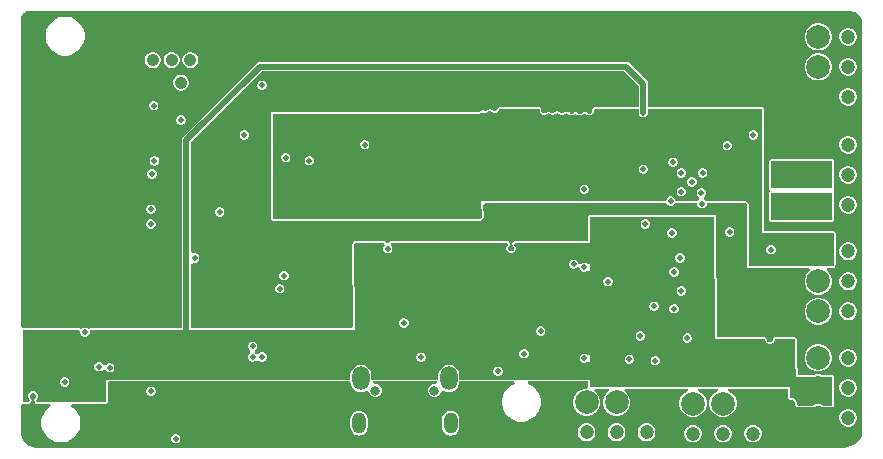
<source format=gbr>
%TF.GenerationSoftware,Altium Limited,Altium Designer,25.4.2 (15)*%
G04 Layer_Physical_Order=3*
G04 Layer_Color=16440176*
%FSLAX45Y45*%
%MOMM*%
%TF.SameCoordinates,9A986A7D-484F-4AC0-AE4B-942BB78B8B2C*%
%TF.FilePolarity,Positive*%
%TF.FileFunction,Copper,L3,Inr,Signal*%
%TF.Part,Single*%
G01*
G75*
%TA.AperFunction,Conductor*%
%ADD34C,0.50000*%
%TA.AperFunction,ComponentPad*%
%ADD40C,1.20000*%
%ADD41C,2.00000*%
%ADD42C,0.80000*%
%ADD43O,1.15000X1.80000*%
%ADD44O,1.45000X2.00000*%
%ADD45C,3.10000*%
%ADD46C,1.05000*%
%TA.AperFunction,ViaPad*%
%ADD47C,0.50000*%
G36*
X13620000Y9070000D02*
X13727663D01*
X13747450Y9066064D01*
X13766090Y9058343D01*
X13782867Y9047133D01*
X13789999Y9040000D01*
X13797133Y9032866D01*
X13808344Y9016090D01*
X13816064Y8997450D01*
X13820000Y8977661D01*
Y8967574D01*
Y5502426D01*
Y5492338D01*
X13816064Y5472550D01*
X13808344Y5453909D01*
X13797133Y5437133D01*
X13789999Y5430000D01*
X13775732Y5415733D01*
X13742181Y5393314D01*
X13704900Y5377872D01*
X13665323Y5370000D01*
X6823118D01*
X6796733Y5375248D01*
X6771879Y5385543D01*
X6754389Y5397229D01*
X6740000Y5410000D01*
Y5410000D01*
X6727061Y5424641D01*
X6715543Y5441879D01*
X6705248Y5466733D01*
X6700000Y5493118D01*
Y5730908D01*
X6720000Y5743764D01*
X6767301D01*
X6769072Y5744498D01*
X6770963Y5744182D01*
X6774625Y5746798D01*
X6778781Y5748519D01*
X6779515Y5750290D01*
X6781075Y5751405D01*
X6782155Y5753136D01*
X6782550Y5755508D01*
X6784029Y5757404D01*
X6789081Y5775673D01*
X6788804Y5777914D01*
X6789668Y5780000D01*
X6788069Y5783860D01*
X6787557Y5788006D01*
X6785777Y5789395D01*
X6784913Y5791480D01*
X6779854Y5796539D01*
X6776236Y5805273D01*
Y5814727D01*
X6779854Y5823461D01*
X6786539Y5830146D01*
X6795273Y5833764D01*
X6804727D01*
X6813461Y5830146D01*
X6820146Y5823461D01*
X6823764Y5814727D01*
Y5805273D01*
X6820146Y5796539D01*
X6815088Y5791480D01*
X6814224Y5789395D01*
X6812443Y5788006D01*
X6811931Y5783859D01*
X6810332Y5780000D01*
X6811196Y5777914D01*
X6810920Y5775673D01*
X6815971Y5757404D01*
X6817450Y5755508D01*
X6817845Y5753136D01*
X6818925Y5751405D01*
X6820485Y5750291D01*
X6821219Y5748519D01*
X6825376Y5746797D01*
X6829037Y5744182D01*
X6830928Y5744498D01*
X6832700Y5743764D01*
X6944361D01*
X6950428Y5723764D01*
X6932319Y5711664D01*
X6909336Y5688681D01*
X6891279Y5661657D01*
X6878841Y5631629D01*
X6872500Y5599751D01*
Y5567249D01*
X6878841Y5535371D01*
X6891279Y5505343D01*
X6909336Y5478318D01*
X6932319Y5455336D01*
X6959343Y5437279D01*
X6989372Y5424841D01*
X7021249Y5418500D01*
X7053751D01*
X7085629Y5424841D01*
X7115657Y5437279D01*
X7142682Y5455336D01*
X7165664Y5478318D01*
X7183721Y5505343D01*
X7196159Y5535371D01*
X7202500Y5567249D01*
Y5599751D01*
X7196159Y5631629D01*
X7183721Y5661657D01*
X7165664Y5688681D01*
X7142682Y5711664D01*
X7124572Y5723764D01*
X7130639Y5743764D01*
X7420000D01*
X7431480Y5748519D01*
X7436236Y5760000D01*
Y5913764D01*
X7438822Y5930487D01*
X7456236Y5933764D01*
X9489216D01*
Y5932488D01*
X9492224Y5909646D01*
X9501040Y5888361D01*
X9515066Y5870082D01*
X9533344Y5856057D01*
X9554629Y5847240D01*
X9577472Y5844233D01*
X9600314Y5847240D01*
X9621599Y5856057D01*
X9624972Y5858645D01*
X9644972Y5848782D01*
Y5844049D01*
X9653345Y5823834D01*
X9668817Y5808362D01*
X9689031Y5799989D01*
X9710911D01*
X9731126Y5808362D01*
X9746598Y5823834D01*
X9754971Y5844049D01*
Y5865929D01*
X9746598Y5886143D01*
X9731126Y5901615D01*
X9710911Y5909988D01*
X9694025D01*
X9682325Y5921422D01*
X9678816Y5927405D01*
X9680975Y5933764D01*
X10218968D01*
X10221127Y5927405D01*
X10217618Y5921422D01*
X10205918Y5909988D01*
X10189031D01*
X10168817Y5901615D01*
X10153345Y5886143D01*
X10144972Y5865929D01*
Y5844049D01*
X10153345Y5823834D01*
X10168817Y5808362D01*
X10189031Y5799989D01*
X10210912D01*
X10231126Y5808362D01*
X10246598Y5823834D01*
X10254971Y5844049D01*
Y5848782D01*
X10274971Y5858645D01*
X10278344Y5856057D01*
X10299629Y5847240D01*
X10322471Y5844233D01*
X10345314Y5847240D01*
X10366599Y5856057D01*
X10384877Y5870082D01*
X10398902Y5888361D01*
X10407719Y5909646D01*
X10410726Y5932488D01*
Y5933764D01*
X10874997D01*
X10878975Y5913764D01*
X10857143Y5904721D01*
X10830119Y5886664D01*
X10807136Y5863681D01*
X10789079Y5836657D01*
X10776641Y5806629D01*
X10770300Y5774751D01*
Y5742249D01*
X10776641Y5710371D01*
X10789079Y5680343D01*
X10807136Y5653319D01*
X10830119Y5630336D01*
X10857143Y5612279D01*
X10887171Y5599841D01*
X10919049Y5593500D01*
X10951551D01*
X10983429Y5599841D01*
X11013457Y5612279D01*
X11040481Y5630336D01*
X11063464Y5653319D01*
X11081521Y5680343D01*
X11093959Y5710371D01*
X11100300Y5742249D01*
Y5774751D01*
X11093959Y5806629D01*
X11081521Y5836657D01*
X11063464Y5863681D01*
X11040481Y5886664D01*
X11013457Y5904721D01*
X10991625Y5913764D01*
X10995603Y5933764D01*
X11503764D01*
Y5891618D01*
X11503721Y5890701D01*
X11503721Y5890702D01*
Y5890699D01*
X11492327Y5875495D01*
X11489572Y5872000D01*
X11472560D01*
X11443312Y5864164D01*
X11417088Y5849023D01*
X11395677Y5827612D01*
X11380537Y5801389D01*
X11372700Y5772140D01*
Y5741860D01*
X11380537Y5712612D01*
X11395677Y5686389D01*
X11417088Y5664977D01*
X11443312Y5649837D01*
X11472560Y5642000D01*
X11502840D01*
X11532088Y5649837D01*
X11558312Y5664977D01*
X11579723Y5686389D01*
X11594863Y5712612D01*
X11602700Y5741860D01*
Y5772140D01*
X11594863Y5801389D01*
X11579723Y5827612D01*
X11558312Y5849023D01*
X11550101Y5853764D01*
X11555460Y5873764D01*
X11673940D01*
X11679299Y5853764D01*
X11671088Y5849023D01*
X11649677Y5827612D01*
X11634537Y5801389D01*
X11626700Y5772140D01*
Y5741860D01*
X11634537Y5712612D01*
X11649677Y5686389D01*
X11671088Y5664977D01*
X11697312Y5649837D01*
X11726560Y5642000D01*
X11756840D01*
X11786088Y5649837D01*
X11812312Y5664977D01*
X11833723Y5686389D01*
X11848863Y5712612D01*
X11856700Y5741860D01*
Y5772140D01*
X11848863Y5801389D01*
X11833723Y5827612D01*
X11812312Y5849023D01*
X11804101Y5853764D01*
X11809460Y5873764D01*
X12343103D01*
X12345736Y5853764D01*
X12344612Y5853463D01*
X12318388Y5838323D01*
X12296977Y5816911D01*
X12281837Y5790688D01*
X12274000Y5761440D01*
Y5731160D01*
X12281837Y5701911D01*
X12296977Y5675688D01*
X12318388Y5654277D01*
X12344612Y5639137D01*
X12373860Y5631300D01*
X12404140D01*
X12433388Y5639137D01*
X12459612Y5654277D01*
X12481023Y5675688D01*
X12496163Y5701911D01*
X12504000Y5731160D01*
Y5761440D01*
X12496163Y5790688D01*
X12481023Y5816911D01*
X12459612Y5838323D01*
X12433388Y5853463D01*
X12432264Y5853764D01*
X12434897Y5873764D01*
X12597103D01*
X12599736Y5853764D01*
X12598612Y5853463D01*
X12572388Y5838323D01*
X12550977Y5816911D01*
X12535837Y5790688D01*
X12528000Y5761440D01*
Y5731160D01*
X12535837Y5701911D01*
X12550977Y5675688D01*
X12572388Y5654277D01*
X12598612Y5639137D01*
X12627860Y5631300D01*
X12658140D01*
X12687388Y5639137D01*
X12713612Y5654277D01*
X12735023Y5675688D01*
X12750163Y5701911D01*
X12758000Y5731160D01*
Y5761440D01*
X12750163Y5790688D01*
X12735023Y5816911D01*
X12713612Y5838323D01*
X12687388Y5853463D01*
X12686264Y5853764D01*
X12688897Y5873764D01*
X13193764D01*
Y5798047D01*
X13194400Y5796511D01*
X13194077Y5794880D01*
X13196707Y5790942D01*
X13198518Y5786567D01*
X13200056Y5785930D01*
X13200980Y5784547D01*
X13213023Y5776500D01*
X13217670Y5775576D01*
X13222044Y5773764D01*
X13234727D01*
X13243462Y5770146D01*
X13250146Y5763461D01*
X13253764Y5754727D01*
Y5742044D01*
X13255576Y5737669D01*
X13256500Y5733024D01*
X13264548Y5720980D01*
X13265930Y5720056D01*
X13266566Y5718519D01*
X13270943Y5716707D01*
X13274879Y5714076D01*
X13276511Y5714400D01*
X13278047Y5713764D01*
X13399660D01*
X13403577Y5715386D01*
X13407777Y5715939D01*
X13411578Y5718133D01*
X13436697Y5724864D01*
X13462703D01*
X13487820Y5718134D01*
X13491621Y5715939D01*
X13495824Y5715386D01*
X13499741Y5713764D01*
X13565858D01*
X13568842Y5715000D01*
X13572070D01*
X13574355Y5717283D01*
X13577338Y5718519D01*
X13578574Y5721503D01*
X13580858Y5723787D01*
X13585001Y5733787D01*
Y5737016D01*
X13586237Y5740000D01*
Y5970000D01*
X13581480Y5981481D01*
X13570000Y5986236D01*
X13495866D01*
X13494089Y5987263D01*
X13464841Y5995100D01*
X13434560D01*
X13405312Y5987263D01*
X13403532Y5986236D01*
X13276607D01*
X13266235Y6110675D01*
Y6290000D01*
X13261481Y6301481D01*
X13250000Y6306236D01*
X13080000D01*
X13068520Y6301481D01*
X13063763Y6290000D01*
Y6285273D01*
X13060146Y6276539D01*
X13053461Y6269854D01*
X13044727Y6266236D01*
X13035274D01*
X13026540Y6269854D01*
X13019855Y6276539D01*
X13016235Y6285273D01*
Y6290000D01*
X13011481Y6301481D01*
X13000000Y6306236D01*
X12593325D01*
X12586236Y7320041D01*
Y7330000D01*
X12581481Y7341481D01*
X12570000Y7346236D01*
X11520000D01*
X11508520Y7341481D01*
X11503764Y7330000D01*
Y7126236D01*
X10882700D01*
X10880929Y7125502D01*
X10879036Y7125818D01*
X10879026Y7125810D01*
X10875376Y7123202D01*
X10871219Y7121481D01*
X10870485Y7119709D01*
X10868925Y7118595D01*
X10867847Y7116867D01*
X10867845Y7116865D01*
X10867450Y7114493D01*
X10865972Y7112597D01*
X10860920Y7094327D01*
X10861196Y7092086D01*
X10860332Y7090000D01*
X10861931Y7086140D01*
X10862443Y7081994D01*
X10864224Y7080606D01*
X10865088Y7078519D01*
X10870146Y7073461D01*
X10873764Y7064727D01*
Y7055273D01*
X10870146Y7046539D01*
X10863461Y7039854D01*
X10854727Y7036236D01*
X10845273D01*
X10836539Y7039854D01*
X10829854Y7046539D01*
X10826236Y7055273D01*
Y7064727D01*
X10829854Y7073461D01*
X10834912Y7078519D01*
X10835776Y7080606D01*
X10837556Y7081994D01*
X10838069Y7086140D01*
X10839667Y7090000D01*
X10838803Y7092086D01*
X10839080Y7094327D01*
X10834028Y7112597D01*
X10832549Y7114493D01*
X10832154Y7116865D01*
X10831075Y7118595D01*
X10829515Y7119709D01*
X10828781Y7121481D01*
X10824624Y7123202D01*
X10820963Y7125817D01*
X10819072Y7125502D01*
X10817300Y7126236D01*
X9834029D01*
X9831303Y7125107D01*
X9828354Y7125212D01*
X9825788Y7122822D01*
X9822548Y7121481D01*
X9821419Y7118755D01*
X9819260Y7116744D01*
X9814534Y7106395D01*
X9812719Y7101992D01*
X9793639D01*
X9791823Y7106395D01*
X9787098Y7116744D01*
X9784939Y7118755D01*
X9783809Y7121481D01*
X9780570Y7122822D01*
X9778004Y7125212D01*
X9775055Y7125107D01*
X9772329Y7126236D01*
X9534239D01*
X9534184Y7126213D01*
X9534129Y7126236D01*
X9528439Y7123834D01*
X9522758Y7121481D01*
X9522736Y7121426D01*
X9522681Y7121403D01*
X9508635Y7107165D01*
X9508612Y7107110D01*
X9508558Y7107087D01*
X9506278Y7101365D01*
X9503957Y7095653D01*
X9503980Y7095598D01*
X9503958Y7095543D01*
X9513351Y6400473D01*
X9499304Y6386236D01*
X8140784D01*
Y6927158D01*
X8160784Y6940522D01*
X8162043Y6940000D01*
X8177956D01*
X8192658Y6946090D01*
X8203910Y6957342D01*
X8210000Y6972043D01*
Y6987957D01*
X8203910Y7002658D01*
X8192658Y7013910D01*
X8177956Y7020000D01*
X8162043D01*
X8160784Y7019478D01*
X8140784Y7032842D01*
Y7958107D01*
X8741893Y8559217D01*
X11808107D01*
X11929216Y8438107D01*
Y8256236D01*
X11556859D01*
X11555323Y8255600D01*
X11553692Y8255924D01*
X11549754Y8253293D01*
X11545379Y8251481D01*
X11544742Y8249944D01*
X11543359Y8249020D01*
X11539251Y8242872D01*
X11538327Y8238227D01*
X11536515Y8233852D01*
Y8221169D01*
X11532898Y8212435D01*
X11526212Y8205749D01*
X11517478Y8202132D01*
X11508024D01*
X11499290Y8205749D01*
X11497017Y8208023D01*
X11493662Y8209412D01*
X11490965Y8211844D01*
X11478179Y8216379D01*
X11472752Y8216098D01*
X11467324Y8216379D01*
X11454538Y8211844D01*
X11451841Y8209412D01*
X11448486Y8208023D01*
X11446213Y8205749D01*
X11437479Y8202132D01*
X11428024D01*
X11418610Y8206031D01*
X11408178Y8214770D01*
X11403516Y8216236D01*
X11399180Y8218498D01*
X11397751Y8218049D01*
X11396324Y8218497D01*
X11391990Y8216237D01*
X11387326Y8214770D01*
X11376894Y8206032D01*
X11367478Y8202132D01*
X11358025D01*
X11349290Y8205749D01*
X11343869Y8211171D01*
X11340885Y8212407D01*
X11338601Y8214691D01*
X11330917Y8217872D01*
X11327006Y8217872D01*
X11323275Y8219044D01*
X11306528Y8217563D01*
X11301607Y8214995D01*
X11296478Y8212871D01*
X11293461Y8209854D01*
X11284727Y8206236D01*
X11275273D01*
X11266539Y8209854D01*
X11264266Y8212127D01*
X11260911Y8213517D01*
X11258213Y8215948D01*
X11245428Y8220483D01*
X11240000Y8220202D01*
X11234572Y8220483D01*
X11221787Y8215948D01*
X11219090Y8213517D01*
X11215734Y8212127D01*
X11213461Y8209854D01*
X11204727Y8206236D01*
X11195273D01*
X11185859Y8210135D01*
X11175426Y8218875D01*
X11170765Y8220340D01*
X11166429Y8222602D01*
X11165000Y8222153D01*
X11163572Y8222602D01*
X11159239Y8220341D01*
X11154574Y8218875D01*
X11144142Y8210136D01*
X11134727Y8206236D01*
X11125273D01*
X11116539Y8209854D01*
X11109854Y8216539D01*
X11106236Y8225273D01*
Y8237956D01*
X11104424Y8242331D01*
X11103501Y8246977D01*
X11103499Y8246978D01*
X11102135Y8249020D01*
X11100752Y8249944D01*
X11100115Y8251481D01*
X11095740Y8253293D01*
X11091811Y8255918D01*
X11091803Y8255925D01*
X11090170Y8255600D01*
X11088635Y8256236D01*
X10749154D01*
X10746170Y8255000D01*
X10742940D01*
X10740657Y8252717D01*
X10737673Y8251481D01*
X10736437Y8248497D01*
X10734154Y8246213D01*
X10730146Y8236539D01*
X10723461Y8229854D01*
X10714727Y8226236D01*
X10705273D01*
X10696539Y8229854D01*
X10694266Y8232127D01*
X10690911Y8233517D01*
X10688213Y8235948D01*
X10675428Y8240483D01*
X10670000Y8240202D01*
X10664572Y8240483D01*
X10651787Y8235948D01*
X10649089Y8233517D01*
X10645734Y8232127D01*
X10643461Y8229854D01*
X10634727Y8226236D01*
X10625273D01*
X10616213Y8229989D01*
X10610198D01*
X10604174Y8230144D01*
X10592907Y8225812D01*
X10591704Y8224670D01*
X10590069Y8224389D01*
X10581336Y8218879D01*
X10580253Y8217346D01*
X10578519Y8216628D01*
X10578357Y8216236D01*
X8830000D01*
X8818520Y8211481D01*
X8813764Y8200000D01*
Y7310000D01*
X8818520Y7298520D01*
X8830000Y7293764D01*
X10585777D01*
X10585823Y7293783D01*
X10585869Y7293764D01*
X10591547Y7296154D01*
X10597258Y7298520D01*
X10597277Y7298565D01*
X10597322Y7298584D01*
X10611385Y7312806D01*
X10611403Y7312851D01*
X10611449Y7312871D01*
X10613749Y7318604D01*
X10616076Y7324313D01*
X10616057Y7324358D01*
X10616075Y7324404D01*
X10614894Y7429543D01*
X10628956Y7443764D01*
X12160000D01*
X12162927Y7444977D01*
X12166090Y7437342D01*
X12177342Y7426090D01*
X12192043Y7420000D01*
X12207957D01*
X12222658Y7426090D01*
X12233910Y7437342D01*
X12237073Y7444977D01*
X12240000Y7443764D01*
X12423648D01*
Y7430921D01*
X12429738Y7416219D01*
X12440990Y7404967D01*
X12455691Y7398877D01*
X12471604D01*
X12486306Y7404967D01*
X12497558Y7416219D01*
X12503648Y7430921D01*
Y7443764D01*
X12833275D01*
X12843764Y7433275D01*
Y6910000D01*
X12848518Y6898519D01*
X12860001Y6893764D01*
X13373627D01*
X13379028Y6874042D01*
X13379028Y6873764D01*
X13357677Y6852412D01*
X13342537Y6826188D01*
X13334700Y6796940D01*
Y6766660D01*
X13342537Y6737412D01*
X13357677Y6711188D01*
X13379088Y6689777D01*
X13405312Y6674637D01*
X13434560Y6666800D01*
X13464841D01*
X13494089Y6674637D01*
X13520312Y6689777D01*
X13541724Y6711188D01*
X13556863Y6737412D01*
X13564700Y6766660D01*
Y6796940D01*
X13556863Y6826188D01*
X13541724Y6852412D01*
X13520370Y6873764D01*
X13520372Y6874042D01*
X13525774Y6893764D01*
X13575858D01*
X13578842Y6895000D01*
X13582071D01*
X13584354Y6897283D01*
X13587338Y6898519D01*
X13588574Y6901503D01*
X13590858Y6903787D01*
X13595000Y6913787D01*
Y6917016D01*
X13596236Y6920000D01*
Y7190000D01*
X13591481Y7201481D01*
X13580000Y7206236D01*
X12991235D01*
Y8240000D01*
X12986481Y8251481D01*
X12975000Y8256236D01*
X12010783D01*
Y8455000D01*
X12007679Y8470607D01*
X11998838Y8483839D01*
X11998838Y8483839D01*
X11853838Y8628838D01*
X11840607Y8637679D01*
X11825000Y8640784D01*
X11824999Y8640784D01*
X8725000D01*
X8709393Y8637679D01*
X8696162Y8628838D01*
X8696161Y8628838D01*
X8071162Y8003838D01*
X8062321Y7990607D01*
X8059216Y7975000D01*
X8059217Y7974999D01*
Y6386236D01*
X7288047D01*
X7286511Y6385600D01*
X7284880Y6385924D01*
X7280942Y6383293D01*
X7276567Y6381481D01*
X7257453Y6386066D01*
X7247957Y6390000D01*
X7232043D01*
X7222547Y6386066D01*
X7203433Y6381481D01*
X7199058Y6383293D01*
X7195120Y6385924D01*
X7193489Y6385600D01*
X7191953Y6386236D01*
X6720000D01*
X6700000Y6399092D01*
Y9001716D01*
Y9008441D01*
X6702624Y9021633D01*
X6707771Y9034060D01*
X6715244Y9045244D01*
X6720000Y9050000D01*
X6724755Y9054755D01*
X6735939Y9062228D01*
X6748366Y9067376D01*
X6761559Y9070000D01*
X6902476D01*
X6903315Y9070041D01*
X6904962Y9070368D01*
X6906512Y9071011D01*
X6907907Y9071943D01*
X6908530Y9072507D01*
X13620000Y9070000D01*
D02*
G37*
G36*
X12975000Y7190000D02*
X13580000D01*
Y6920000D01*
X13575858Y6910000D01*
X12860001D01*
Y7440000D01*
X12839999Y7460000D01*
X12498194D01*
X12497558Y7461535D01*
X12486306Y7472787D01*
X12482485Y7474370D01*
Y7496018D01*
X12482658Y7496090D01*
X12493910Y7507342D01*
X12500000Y7522043D01*
Y7537956D01*
X12493910Y7552658D01*
X12482658Y7563910D01*
X12467957Y7570000D01*
X12452043D01*
X12437342Y7563910D01*
X12426090Y7552658D01*
X12420000Y7537956D01*
Y7522043D01*
X12426090Y7507342D01*
X12437342Y7496090D01*
X12441163Y7494507D01*
Y7475004D01*
X12426489Y7460000D01*
X12240000D01*
Y7467957D01*
X12233910Y7482658D01*
X12222658Y7493910D01*
X12207957Y7500000D01*
X12192043D01*
X12177342Y7493910D01*
X12166090Y7482658D01*
X12160000Y7467957D01*
Y7460000D01*
X10598315D01*
X10599840Y7324222D01*
X10585777Y7310000D01*
X8830000D01*
Y8200000D01*
X10590000D01*
Y8205147D01*
X10598733Y8210657D01*
X10610000Y8214989D01*
X10622044Y8210000D01*
X10637957D01*
X10652658Y8216090D01*
X10657215Y8220647D01*
X10670000Y8225182D01*
X10682785Y8220647D01*
X10687342Y8216090D01*
X10702043Y8210000D01*
X10717956D01*
X10732658Y8216090D01*
X10743910Y8227342D01*
X10749154Y8240000D01*
X11088635D01*
X11090000Y8237956D01*
Y8222043D01*
X11096090Y8207342D01*
X11107342Y8196090D01*
X11122044Y8190000D01*
X11137957D01*
X11152658Y8196090D01*
X11165000Y8206429D01*
X11177342Y8196090D01*
X11192044Y8190000D01*
X11207957D01*
X11222658Y8196090D01*
X11227215Y8200647D01*
X11240000Y8205182D01*
X11252785Y8200647D01*
X11257342Y8196090D01*
X11272043Y8190000D01*
X11287957D01*
X11302658Y8196090D01*
X11307959Y8201390D01*
X11324706Y8202872D01*
X11332389Y8199690D01*
X11340093Y8191985D01*
X11354795Y8185896D01*
X11370708D01*
X11385410Y8191985D01*
X11397752Y8202324D01*
X11410094Y8191985D01*
X11424795Y8185896D01*
X11440708D01*
X11455410Y8191985D01*
X11459966Y8196542D01*
X11472752Y8201077D01*
X11485537Y8196542D01*
X11490093Y8191985D01*
X11504795Y8185896D01*
X11520708D01*
X11535409Y8191985D01*
X11546662Y8203238D01*
X11552751Y8217939D01*
Y8233852D01*
X11556859Y8240000D01*
X11929216D01*
Y8210000D01*
X11930000Y8206061D01*
Y8202044D01*
X11931537Y8198333D01*
X11932321Y8194393D01*
X11934553Y8191052D01*
X11936090Y8187342D01*
X11938929Y8184502D01*
X11941162Y8181162D01*
X11944502Y8178930D01*
X11947342Y8176090D01*
X11951052Y8174553D01*
X11954393Y8172321D01*
X11958332Y8171537D01*
X11962043Y8170000D01*
X11966060D01*
X11970000Y8169217D01*
X11973939Y8170000D01*
X11977956D01*
X11981667Y8171537D01*
X11985607Y8172321D01*
X11988948Y8174553D01*
X11992658Y8176090D01*
X11995498Y8178930D01*
X11998838Y8181162D01*
X12001070Y8184502D01*
X12003910Y8187342D01*
X12005447Y8191052D01*
X12007679Y8194393D01*
X12008463Y8198333D01*
X12010000Y8202044D01*
Y8206061D01*
X12010783Y8210000D01*
Y8240000D01*
X12975000D01*
Y7190000D01*
D02*
G37*
G36*
X12570000Y7320000D02*
X12577203Y6290000D01*
X13000000D01*
Y6282044D01*
X13006090Y6267342D01*
X13017342Y6256090D01*
X13032043Y6250000D01*
X13047957D01*
X13062659Y6256090D01*
X13073911Y6267342D01*
X13080000Y6282044D01*
Y6290000D01*
X13250000D01*
Y6110000D01*
X13261665Y5970000D01*
X13570000D01*
Y5740000D01*
X13565858Y5730000D01*
X13499741D01*
X13494089Y5733263D01*
X13464841Y5741100D01*
X13434560D01*
X13405312Y5733263D01*
X13399660Y5730000D01*
X13278047D01*
X13270000Y5742044D01*
Y5757956D01*
X13263910Y5772658D01*
X13252658Y5783910D01*
X13237956Y5790000D01*
X13222044D01*
X13210001Y5798047D01*
Y5890000D01*
X11520000D01*
Y5950000D01*
X10410726D01*
Y5987488D01*
X10407719Y6010331D01*
X10398902Y6031616D01*
X10384877Y6049894D01*
X10366599Y6063920D01*
X10345314Y6072736D01*
X10322471Y6075744D01*
X10299629Y6072736D01*
X10278344Y6063920D01*
X10260066Y6049894D01*
X10246040Y6031616D01*
X10237223Y6010331D01*
X10234216Y5987488D01*
Y5950000D01*
X9665727D01*
Y5987488D01*
X9662720Y6010331D01*
X9653903Y6031616D01*
X9639877Y6049894D01*
X9621599Y6063920D01*
X9600314Y6072736D01*
X9577472Y6075744D01*
X9554629Y6072736D01*
X9533344Y6063920D01*
X9515066Y6049894D01*
X9501040Y6031616D01*
X9492224Y6010331D01*
X9489216Y5987488D01*
Y5950000D01*
X7439329D01*
X7418696Y5950001D01*
X7418537Y5949841D01*
X7419999Y5948379D01*
X7420000Y5930000D01*
Y5760000D01*
X6832700D01*
X6831620Y5761731D01*
X6826568Y5780000D01*
X6833910Y5787342D01*
X6840000Y5802044D01*
Y5817957D01*
X6833910Y5832658D01*
X6822658Y5843910D01*
X6807957Y5850000D01*
X6792044D01*
X6777342Y5843910D01*
X6766090Y5832658D01*
X6760000Y5817957D01*
Y5802044D01*
X6766090Y5787342D01*
X6773432Y5780000D01*
X6768381Y5761731D01*
X6767301Y5760000D01*
X6720000D01*
Y6370000D01*
X7191953D01*
X7200000Y6357956D01*
Y6342043D01*
X7206090Y6327342D01*
X7217342Y6316090D01*
X7232043Y6310000D01*
X7247957D01*
X7262658Y6316090D01*
X7273910Y6327342D01*
X7280000Y6342043D01*
Y6357956D01*
X7288047Y6370000D01*
X9530000D01*
X9520192Y7095763D01*
X9534239Y7110000D01*
X9772329D01*
X9777054Y7099651D01*
X9778461Y7090000D01*
X9769268Y7080808D01*
X9763179Y7066107D01*
Y7050193D01*
X9769268Y7035492D01*
X9780521Y7024240D01*
X9795222Y7018150D01*
X9811135D01*
X9825837Y7024240D01*
X9837089Y7035492D01*
X9843179Y7050193D01*
Y7066107D01*
X9837089Y7080808D01*
X9827897Y7090000D01*
X9829303Y7099651D01*
X9834029Y7110000D01*
X10817300D01*
X10818379Y7108270D01*
X10823431Y7090000D01*
X10816090Y7082658D01*
X10810000Y7067957D01*
Y7052044D01*
X10816090Y7037342D01*
X10827342Y7026090D01*
X10842043Y7020000D01*
X10857956D01*
X10872658Y7026090D01*
X10883910Y7037342D01*
X10890000Y7052044D01*
Y7067957D01*
X10883910Y7082658D01*
X10876568Y7090000D01*
X10881620Y7108270D01*
X10882700Y7110000D01*
X11520000D01*
Y7330000D01*
X12570000D01*
Y7320000D01*
D02*
G37*
%LPC*%
G36*
X13713574Y8926500D02*
X13693826D01*
X13674751Y8921389D01*
X13657649Y8911515D01*
X13643684Y8897551D01*
X13633810Y8880449D01*
X13628700Y8861374D01*
Y8841626D01*
X13633810Y8822551D01*
X13643684Y8805449D01*
X13657649Y8791485D01*
X13674751Y8781611D01*
X13693826Y8776500D01*
X13713574D01*
X13732649Y8781611D01*
X13749751Y8791485D01*
X13763715Y8805449D01*
X13773589Y8822551D01*
X13778700Y8841626D01*
Y8861374D01*
X13773589Y8880449D01*
X13763715Y8897551D01*
X13749751Y8911515D01*
X13732649Y8921389D01*
X13713574Y8926500D01*
D02*
G37*
G36*
X13464841Y8966500D02*
X13434560D01*
X13405312Y8958663D01*
X13379088Y8943523D01*
X13357677Y8922112D01*
X13342537Y8895888D01*
X13334700Y8866640D01*
Y8836360D01*
X13342537Y8807112D01*
X13357677Y8780888D01*
X13379088Y8759477D01*
X13405312Y8744337D01*
X13434560Y8736500D01*
X13464841D01*
X13494089Y8744337D01*
X13520312Y8759477D01*
X13541724Y8780888D01*
X13556863Y8807112D01*
X13564700Y8836360D01*
Y8866640D01*
X13556863Y8895888D01*
X13541724Y8922112D01*
X13520312Y8943523D01*
X13494089Y8958663D01*
X13464841Y8966500D01*
D02*
G37*
G36*
X7088751Y9023500D02*
X7056249D01*
X7024371Y9017159D01*
X6994343Y9004721D01*
X6967319Y8986664D01*
X6944336Y8963681D01*
X6926279Y8936657D01*
X6913841Y8906629D01*
X6907500Y8874751D01*
Y8842249D01*
X6913841Y8810371D01*
X6926279Y8780343D01*
X6944336Y8753319D01*
X6967319Y8730336D01*
X6994343Y8712279D01*
X7024371Y8699841D01*
X7056249Y8693500D01*
X7088751D01*
X7120629Y8699841D01*
X7150657Y8712279D01*
X7177681Y8730336D01*
X7200664Y8753319D01*
X7218721Y8780343D01*
X7231159Y8810371D01*
X7237500Y8842249D01*
Y8874751D01*
X7231159Y8906629D01*
X7218721Y8936657D01*
X7200664Y8963681D01*
X7177681Y8986664D01*
X7150657Y9004721D01*
X7120629Y9017159D01*
X7088751Y9023500D01*
D02*
G37*
G36*
X8143228Y8722110D02*
X8125455D01*
X8108287Y8717510D01*
X8092895Y8708623D01*
X8080328Y8696056D01*
X8071441Y8680664D01*
X8066841Y8663496D01*
Y8645723D01*
X8071441Y8628556D01*
X8080328Y8613164D01*
X8092895Y8600596D01*
X8108287Y8591710D01*
X8125455Y8587110D01*
X8143228D01*
X8160395Y8591710D01*
X8175787Y8600596D01*
X8188354Y8613164D01*
X8197241Y8628556D01*
X8201841Y8645723D01*
Y8663496D01*
X8197241Y8680664D01*
X8188354Y8696056D01*
X8175787Y8708623D01*
X8160395Y8717510D01*
X8143228Y8722110D01*
D02*
G37*
G36*
X7983228D02*
X7965455D01*
X7948287Y8717510D01*
X7932895Y8708623D01*
X7920328Y8696056D01*
X7911441Y8680664D01*
X7906841Y8663496D01*
Y8645723D01*
X7911441Y8628556D01*
X7920328Y8613164D01*
X7932895Y8600596D01*
X7948287Y8591710D01*
X7965455Y8587110D01*
X7983228D01*
X8000395Y8591710D01*
X8015787Y8600596D01*
X8028355Y8613164D01*
X8037241Y8628556D01*
X8041841Y8645723D01*
Y8663496D01*
X8037241Y8680664D01*
X8028355Y8696056D01*
X8015787Y8708623D01*
X8000395Y8717510D01*
X7983228Y8722110D01*
D02*
G37*
G36*
X7823228D02*
X7805455D01*
X7788287Y8717510D01*
X7772895Y8708623D01*
X7760328Y8696056D01*
X7751441Y8680664D01*
X7746841Y8663496D01*
Y8645723D01*
X7751441Y8628556D01*
X7760328Y8613164D01*
X7772895Y8600596D01*
X7788287Y8591710D01*
X7805455Y8587110D01*
X7823228D01*
X7840395Y8591710D01*
X7855787Y8600596D01*
X7868355Y8613164D01*
X7877241Y8628556D01*
X7881841Y8645723D01*
Y8663496D01*
X7877241Y8680664D01*
X7868355Y8696056D01*
X7855787Y8708623D01*
X7840395Y8717510D01*
X7823228Y8722110D01*
D02*
G37*
G36*
X13713574Y8672500D02*
X13693826D01*
X13674751Y8667389D01*
X13657649Y8657515D01*
X13643684Y8643551D01*
X13633810Y8626449D01*
X13628700Y8607374D01*
Y8587626D01*
X13633810Y8568551D01*
X13643684Y8551449D01*
X13657649Y8537485D01*
X13674751Y8527611D01*
X13693826Y8522500D01*
X13713574D01*
X13732649Y8527611D01*
X13749751Y8537485D01*
X13763715Y8551449D01*
X13773589Y8568551D01*
X13778700Y8587626D01*
Y8607374D01*
X13773589Y8626449D01*
X13763715Y8643551D01*
X13749751Y8657515D01*
X13732649Y8667389D01*
X13713574Y8672500D01*
D02*
G37*
G36*
X13464841Y8712500D02*
X13434560D01*
X13405312Y8704663D01*
X13379088Y8689523D01*
X13357677Y8668112D01*
X13342537Y8641888D01*
X13334700Y8612640D01*
Y8582360D01*
X13342537Y8553112D01*
X13357677Y8526888D01*
X13379088Y8505477D01*
X13405312Y8490337D01*
X13434560Y8482500D01*
X13464841D01*
X13494089Y8490337D01*
X13520312Y8505477D01*
X13541724Y8526888D01*
X13556863Y8553112D01*
X13564700Y8582360D01*
Y8612640D01*
X13556863Y8641888D01*
X13541724Y8668112D01*
X13520312Y8689523D01*
X13494089Y8704663D01*
X13464841Y8712500D01*
D02*
G37*
G36*
X8747957Y8480000D02*
X8732043D01*
X8717342Y8473910D01*
X8706090Y8462658D01*
X8700000Y8447956D01*
Y8432043D01*
X8706090Y8417342D01*
X8717342Y8406090D01*
X8732043Y8400000D01*
X8747957D01*
X8762658Y8406090D01*
X8773910Y8417342D01*
X8780000Y8432043D01*
Y8447956D01*
X8773910Y8462658D01*
X8762658Y8473910D01*
X8747957Y8480000D01*
D02*
G37*
G36*
X8063228Y8532110D02*
X8045455D01*
X8028287Y8527510D01*
X8012895Y8518623D01*
X8000328Y8506056D01*
X7991441Y8490664D01*
X7986841Y8473496D01*
Y8455723D01*
X7991441Y8438556D01*
X8000328Y8423164D01*
X8012895Y8410596D01*
X8028287Y8401710D01*
X8045455Y8397110D01*
X8063228D01*
X8080395Y8401710D01*
X8095787Y8410596D01*
X8108355Y8423164D01*
X8117241Y8438556D01*
X8121841Y8455723D01*
Y8473496D01*
X8117241Y8490664D01*
X8108355Y8506056D01*
X8095787Y8518623D01*
X8080395Y8527510D01*
X8063228Y8532110D01*
D02*
G37*
G36*
X13713574Y8418500D02*
X13693826D01*
X13674751Y8413389D01*
X13657649Y8403515D01*
X13643684Y8389551D01*
X13633810Y8372449D01*
X13628700Y8353374D01*
Y8333626D01*
X13633810Y8314551D01*
X13643684Y8297449D01*
X13657649Y8283485D01*
X13674751Y8273611D01*
X13693826Y8268500D01*
X13713574D01*
X13732649Y8273611D01*
X13749751Y8283485D01*
X13763715Y8297449D01*
X13773589Y8314551D01*
X13778700Y8333626D01*
Y8353374D01*
X13773589Y8372449D01*
X13763715Y8389551D01*
X13749751Y8403515D01*
X13732649Y8413389D01*
X13713574Y8418500D01*
D02*
G37*
G36*
X7831214Y8310000D02*
X7815301D01*
X7800600Y8303910D01*
X7789347Y8292658D01*
X7783258Y8277957D01*
Y8262043D01*
X7789347Y8247342D01*
X7800600Y8236090D01*
X7815301Y8230000D01*
X7831214D01*
X7845916Y8236090D01*
X7857168Y8247342D01*
X7863258Y8262043D01*
Y8277957D01*
X7857168Y8292658D01*
X7845916Y8303910D01*
X7831214Y8310000D01*
D02*
G37*
G36*
X8063697Y8185740D02*
X8047783D01*
X8033082Y8179650D01*
X8021830Y8168398D01*
X8015740Y8153697D01*
Y8137784D01*
X8021830Y8123082D01*
X8033082Y8111830D01*
X8047783Y8105740D01*
X8063697D01*
X8078398Y8111830D01*
X8089650Y8123082D01*
X8095740Y8137784D01*
Y8153697D01*
X8089650Y8168398D01*
X8078398Y8179650D01*
X8063697Y8185740D01*
D02*
G37*
G36*
X8597957Y8060000D02*
X8582044D01*
X8567342Y8053910D01*
X8556090Y8042658D01*
X8550000Y8027957D01*
Y8012043D01*
X8556090Y7997342D01*
X8567342Y7986090D01*
X8582044Y7980000D01*
X8597957D01*
X8612658Y7986090D01*
X8623910Y7997342D01*
X8630000Y8012043D01*
Y8027957D01*
X8623910Y8042658D01*
X8612658Y8053910D01*
X8597957Y8060000D01*
D02*
G37*
G36*
X13713574Y8012500D02*
X13693826D01*
X13674751Y8007389D01*
X13657649Y7997515D01*
X13643684Y7983551D01*
X13633810Y7966449D01*
X13628700Y7947374D01*
Y7927626D01*
X13633810Y7908551D01*
X13643684Y7891449D01*
X13657649Y7877485D01*
X13674751Y7867611D01*
X13693826Y7862500D01*
X13713574D01*
X13732649Y7867611D01*
X13749751Y7877485D01*
X13763715Y7891449D01*
X13773589Y7908551D01*
X13778700Y7927626D01*
Y7947374D01*
X13773589Y7966449D01*
X13763715Y7983551D01*
X13749751Y7997515D01*
X13732649Y8007389D01*
X13713574Y8012500D01*
D02*
G37*
G36*
X7837957Y7840000D02*
X7822044D01*
X7807342Y7833910D01*
X7796090Y7822658D01*
X7790000Y7807956D01*
Y7792043D01*
X7796090Y7777342D01*
X7807342Y7766090D01*
X7822044Y7760000D01*
X7837957D01*
X7852658Y7766090D01*
X7863910Y7777342D01*
X7870000Y7792043D01*
Y7807956D01*
X7863910Y7822658D01*
X7852658Y7833910D01*
X7837957Y7840000D01*
D02*
G37*
G36*
X7817956Y7730000D02*
X7802043D01*
X7787342Y7723910D01*
X7776090Y7712658D01*
X7770000Y7697957D01*
Y7682044D01*
X7776090Y7667342D01*
X7787342Y7656090D01*
X7802043Y7650000D01*
X7817956D01*
X7832658Y7656090D01*
X7843910Y7667342D01*
X7850000Y7682044D01*
Y7697957D01*
X7843910Y7712658D01*
X7832658Y7723910D01*
X7817956Y7730000D01*
D02*
G37*
G36*
X13713574Y7758500D02*
X13693826D01*
X13674751Y7753389D01*
X13657649Y7743515D01*
X13643684Y7729551D01*
X13633810Y7712449D01*
X13628700Y7693374D01*
Y7673626D01*
X13633810Y7654551D01*
X13643684Y7637449D01*
X13657649Y7623485D01*
X13674751Y7613611D01*
X13693826Y7608500D01*
X13713574D01*
X13732649Y7613611D01*
X13749751Y7623485D01*
X13763715Y7637449D01*
X13773589Y7654551D01*
X13778700Y7673626D01*
Y7693374D01*
X13773589Y7712449D01*
X13763715Y7729551D01*
X13749751Y7743515D01*
X13732649Y7753389D01*
X13713574Y7758500D01*
D02*
G37*
G36*
Y7504500D02*
X13693826D01*
X13674751Y7499389D01*
X13657649Y7489515D01*
X13643684Y7475551D01*
X13633810Y7458449D01*
X13628700Y7439374D01*
Y7419626D01*
X13633810Y7400551D01*
X13643684Y7383449D01*
X13657649Y7369485D01*
X13674751Y7359611D01*
X13693826Y7354500D01*
X13713574D01*
X13732649Y7359611D01*
X13749751Y7369485D01*
X13763715Y7383449D01*
X13773589Y7400551D01*
X13778700Y7419626D01*
Y7439374D01*
X13773589Y7458449D01*
X13763715Y7475551D01*
X13749751Y7489515D01*
X13732649Y7499389D01*
X13713574Y7504500D01*
D02*
G37*
G36*
X7807956Y7430000D02*
X7792043D01*
X7777342Y7423910D01*
X7766090Y7412658D01*
X7760000Y7397957D01*
Y7382043D01*
X7766090Y7367342D01*
X7777342Y7356090D01*
X7792043Y7350000D01*
X7807956D01*
X7822658Y7356090D01*
X7833910Y7367342D01*
X7840000Y7382043D01*
Y7397957D01*
X7833910Y7412658D01*
X7822658Y7423910D01*
X7807956Y7430000D01*
D02*
G37*
G36*
X8390000Y7410000D02*
X8374087D01*
X8359385Y7403910D01*
X8348133Y7392658D01*
X8342044Y7377957D01*
Y7362043D01*
X8348133Y7347342D01*
X8359385Y7336090D01*
X8374087Y7330000D01*
X8390000D01*
X8404702Y7336090D01*
X8415954Y7347342D01*
X8422043Y7362043D01*
Y7377957D01*
X8415954Y7392658D01*
X8404702Y7403910D01*
X8390000Y7410000D01*
D02*
G37*
G36*
X13570000Y7816236D02*
X13050000D01*
X13038519Y7811480D01*
X13033765Y7800000D01*
Y7570000D01*
X13036890Y7562454D01*
X13038519Y7558520D01*
Y7541480D01*
X13036890Y7537547D01*
X13033765Y7530000D01*
Y7300000D01*
X13038519Y7288520D01*
X13050000Y7283764D01*
X13570000D01*
X13581480Y7288520D01*
X13586237Y7300000D01*
Y7530000D01*
X13583110Y7537547D01*
X13581480Y7541480D01*
Y7558520D01*
X13583110Y7562454D01*
X13586237Y7570000D01*
Y7800000D01*
X13581480Y7811480D01*
X13570000Y7816236D01*
D02*
G37*
G36*
X7806595Y7305502D02*
X7790682D01*
X7775981Y7299412D01*
X7764728Y7288160D01*
X7758639Y7273459D01*
Y7257546D01*
X7764728Y7242844D01*
X7775981Y7231592D01*
X7790682Y7225502D01*
X7806595D01*
X7821297Y7231592D01*
X7832549Y7242844D01*
X7838639Y7257546D01*
Y7273459D01*
X7832549Y7288160D01*
X7821297Y7299412D01*
X7806595Y7305502D01*
D02*
G37*
G36*
X12707957Y7240000D02*
X12692043D01*
X12677342Y7233910D01*
X12666090Y7222658D01*
X12660000Y7207957D01*
Y7192044D01*
X12666090Y7177342D01*
X12677342Y7166090D01*
X12692043Y7160000D01*
X12707957D01*
X12722658Y7166090D01*
X12733910Y7177342D01*
X12740000Y7192044D01*
Y7207957D01*
X12733910Y7222658D01*
X12722658Y7233910D01*
X12707957Y7240000D01*
D02*
G37*
G36*
X13713574Y7110800D02*
X13693826D01*
X13674751Y7105689D01*
X13657649Y7095815D01*
X13643684Y7081851D01*
X13633810Y7064749D01*
X13628700Y7045674D01*
Y7025926D01*
X13633810Y7006851D01*
X13643684Y6989749D01*
X13657649Y6975785D01*
X13674751Y6965911D01*
X13693826Y6960800D01*
X13713574D01*
X13732649Y6965911D01*
X13749751Y6975785D01*
X13763715Y6989749D01*
X13773589Y7006851D01*
X13778700Y7025926D01*
Y7045674D01*
X13773589Y7064749D01*
X13763715Y7081851D01*
X13749751Y7095815D01*
X13732649Y7105689D01*
X13713574Y7110800D01*
D02*
G37*
G36*
X8935913Y6870000D02*
X8920000D01*
X8905298Y6863910D01*
X8894046Y6852658D01*
X8887957Y6837957D01*
Y6822044D01*
X8894046Y6807342D01*
X8905298Y6796090D01*
X8920000Y6790000D01*
X8935913D01*
X8950615Y6796090D01*
X8961867Y6807342D01*
X8967956Y6822044D01*
Y6837957D01*
X8961867Y6852658D01*
X8950615Y6863910D01*
X8935913Y6870000D01*
D02*
G37*
G36*
X13713574Y6856800D02*
X13693826D01*
X13674751Y6851689D01*
X13657649Y6841815D01*
X13643684Y6827851D01*
X13633810Y6810749D01*
X13628700Y6791674D01*
Y6771926D01*
X13633810Y6752851D01*
X13643684Y6735749D01*
X13657649Y6721785D01*
X13674751Y6711911D01*
X13693826Y6706800D01*
X13713574D01*
X13732649Y6711911D01*
X13749751Y6721785D01*
X13763715Y6735749D01*
X13773589Y6752851D01*
X13778700Y6771926D01*
Y6791674D01*
X13773589Y6810749D01*
X13763715Y6827851D01*
X13749751Y6841815D01*
X13732649Y6851689D01*
X13713574Y6856800D01*
D02*
G37*
G36*
X8897957Y6760000D02*
X8882043D01*
X8867342Y6753910D01*
X8856090Y6742658D01*
X8850000Y6727957D01*
Y6712043D01*
X8856090Y6697342D01*
X8867342Y6686090D01*
X8882043Y6680000D01*
X8897957D01*
X8912658Y6686090D01*
X8923910Y6697342D01*
X8930000Y6712043D01*
Y6727957D01*
X8923910Y6742658D01*
X8912658Y6753910D01*
X8897957Y6760000D01*
D02*
G37*
G36*
X13713574Y6602800D02*
X13693826D01*
X13674751Y6597689D01*
X13657649Y6587815D01*
X13643684Y6573851D01*
X13633810Y6556749D01*
X13628700Y6537674D01*
Y6517926D01*
X13633810Y6498851D01*
X13643684Y6481749D01*
X13657649Y6467785D01*
X13674751Y6457911D01*
X13693826Y6452800D01*
X13713574D01*
X13732649Y6457911D01*
X13749751Y6467785D01*
X13763715Y6481749D01*
X13773589Y6498851D01*
X13778700Y6517926D01*
Y6537674D01*
X13773589Y6556749D01*
X13763715Y6573851D01*
X13749751Y6587815D01*
X13732649Y6597689D01*
X13713574Y6602800D01*
D02*
G37*
G36*
X13464841Y6642800D02*
X13434560D01*
X13405312Y6634963D01*
X13379088Y6619823D01*
X13357677Y6598412D01*
X13342537Y6572188D01*
X13334700Y6542940D01*
Y6512660D01*
X13342537Y6483412D01*
X13357677Y6457188D01*
X13379088Y6435777D01*
X13405312Y6420637D01*
X13434560Y6412800D01*
X13464841D01*
X13494089Y6420637D01*
X13520312Y6435777D01*
X13541724Y6457188D01*
X13556863Y6483412D01*
X13564700Y6512660D01*
Y6542940D01*
X13556863Y6572188D01*
X13541724Y6598412D01*
X13520312Y6619823D01*
X13494089Y6634963D01*
X13464841Y6642800D01*
D02*
G37*
G36*
X13713574Y6209100D02*
X13693826D01*
X13674751Y6203989D01*
X13657649Y6194115D01*
X13643684Y6180151D01*
X13633810Y6163049D01*
X13628700Y6143974D01*
Y6124226D01*
X13633810Y6105151D01*
X13643684Y6088049D01*
X13657649Y6074085D01*
X13674751Y6064211D01*
X13693826Y6059100D01*
X13713574D01*
X13732649Y6064211D01*
X13749751Y6074085D01*
X13763715Y6088049D01*
X13773589Y6105151D01*
X13778700Y6124226D01*
Y6143974D01*
X13773589Y6163049D01*
X13763715Y6180151D01*
X13749751Y6194115D01*
X13732649Y6203989D01*
X13713574Y6209100D01*
D02*
G37*
G36*
X13464841Y6249100D02*
X13434560D01*
X13405312Y6241263D01*
X13379088Y6226123D01*
X13357677Y6204712D01*
X13342537Y6178488D01*
X13334700Y6149240D01*
Y6118960D01*
X13342537Y6089712D01*
X13357677Y6063488D01*
X13379088Y6042077D01*
X13405312Y6026937D01*
X13434560Y6019100D01*
X13464841D01*
X13494089Y6026937D01*
X13520312Y6042077D01*
X13541724Y6063488D01*
X13556863Y6089712D01*
X13564700Y6118960D01*
Y6149240D01*
X13556863Y6178488D01*
X13541724Y6204712D01*
X13520312Y6226123D01*
X13494089Y6241263D01*
X13464841Y6249100D01*
D02*
G37*
G36*
X11503721Y5890701D02*
X11492329Y5875497D01*
X11503721Y5890699D01*
Y5890701D01*
D02*
G37*
G36*
X7807956Y5890000D02*
X7792043D01*
X7777342Y5883910D01*
X7766090Y5872658D01*
X7760000Y5857957D01*
Y5842043D01*
X7766090Y5827342D01*
X7777342Y5816090D01*
X7792043Y5810000D01*
X7807956D01*
X7822658Y5816090D01*
X7833910Y5827342D01*
X7840000Y5842043D01*
Y5857957D01*
X7833910Y5872658D01*
X7822658Y5883910D01*
X7807956Y5890000D01*
D02*
G37*
G36*
X13713574Y5955100D02*
X13693826D01*
X13674751Y5949989D01*
X13657649Y5940115D01*
X13643684Y5926151D01*
X13633810Y5909049D01*
X13628700Y5889974D01*
Y5870226D01*
X13633810Y5851151D01*
X13643684Y5834049D01*
X13657649Y5820085D01*
X13674751Y5810211D01*
X13693826Y5805100D01*
X13713574D01*
X13732649Y5810211D01*
X13749751Y5820085D01*
X13763715Y5834049D01*
X13773589Y5851151D01*
X13778700Y5870226D01*
Y5889974D01*
X13773589Y5909049D01*
X13763715Y5926151D01*
X13749751Y5940115D01*
X13732649Y5949989D01*
X13713574Y5955100D01*
D02*
G37*
G36*
Y5701100D02*
X13693826D01*
X13674751Y5695989D01*
X13657649Y5686115D01*
X13643684Y5672151D01*
X13633810Y5655049D01*
X13628700Y5635974D01*
Y5616226D01*
X13633810Y5597151D01*
X13643684Y5580049D01*
X13657649Y5566085D01*
X13674751Y5556211D01*
X13693826Y5551100D01*
X13713574D01*
X13732649Y5556211D01*
X13749751Y5566085D01*
X13763715Y5580049D01*
X13773589Y5597151D01*
X13778700Y5616226D01*
Y5635974D01*
X13773589Y5655049D01*
X13763715Y5672151D01*
X13749751Y5686115D01*
X13732649Y5695989D01*
X13713574Y5701100D01*
D02*
G37*
G36*
X10337472Y5685614D02*
X10318545Y5683122D01*
X10300909Y5675817D01*
X10285764Y5664196D01*
X10274143Y5649051D01*
X10266838Y5631414D01*
X10264346Y5612488D01*
Y5547489D01*
X10266838Y5528562D01*
X10274143Y5510926D01*
X10285764Y5495781D01*
X10300909Y5484160D01*
X10318545Y5476855D01*
X10337472Y5474363D01*
X10356398Y5476855D01*
X10374034Y5484160D01*
X10389179Y5495781D01*
X10400800Y5510926D01*
X10408105Y5528562D01*
X10410597Y5547489D01*
Y5612488D01*
X10408105Y5631414D01*
X10400800Y5649051D01*
X10389179Y5664196D01*
X10374034Y5675817D01*
X10356398Y5683122D01*
X10337472Y5685614D01*
D02*
G37*
G36*
X9562471D02*
X9543545Y5683122D01*
X9525909Y5675817D01*
X9510764Y5664196D01*
X9499143Y5649051D01*
X9491838Y5631414D01*
X9489346Y5612488D01*
Y5547489D01*
X9491838Y5528562D01*
X9499143Y5510926D01*
X9510764Y5495781D01*
X9525909Y5484160D01*
X9543545Y5476855D01*
X9562471Y5474363D01*
X9581398Y5476855D01*
X9599034Y5484160D01*
X9614179Y5495781D01*
X9625800Y5510926D01*
X9633105Y5528562D01*
X9635597Y5547489D01*
Y5612488D01*
X9633105Y5631414D01*
X9625800Y5649051D01*
X9614179Y5664196D01*
X9599034Y5675817D01*
X9581398Y5683122D01*
X9562471Y5685614D01*
D02*
G37*
G36*
X12005574Y5578000D02*
X11985826D01*
X11966751Y5572889D01*
X11949649Y5563015D01*
X11935685Y5549051D01*
X11925811Y5531949D01*
X11920700Y5512874D01*
Y5493126D01*
X11925811Y5474052D01*
X11935685Y5456949D01*
X11949649Y5442986D01*
X11966751Y5433112D01*
X11985826Y5428001D01*
X12005574D01*
X12024649Y5433112D01*
X12041751Y5442986D01*
X12055715Y5456949D01*
X12065589Y5474052D01*
X12070700Y5493126D01*
Y5512874D01*
X12065589Y5531949D01*
X12055715Y5549051D01*
X12041751Y5563015D01*
X12024649Y5572889D01*
X12005574Y5578000D01*
D02*
G37*
G36*
X11751574D02*
X11731826D01*
X11712751Y5572889D01*
X11695649Y5563015D01*
X11681685Y5549051D01*
X11671811Y5531949D01*
X11666700Y5512874D01*
Y5493126D01*
X11671811Y5474052D01*
X11681685Y5456949D01*
X11695649Y5442986D01*
X11712751Y5433112D01*
X11731826Y5428001D01*
X11751574D01*
X11770649Y5433112D01*
X11787751Y5442986D01*
X11801715Y5456949D01*
X11811589Y5474052D01*
X11816700Y5493126D01*
Y5512874D01*
X11811589Y5531949D01*
X11801715Y5549051D01*
X11787751Y5563015D01*
X11770649Y5572889D01*
X11751574Y5578000D01*
D02*
G37*
G36*
X11497574D02*
X11477826D01*
X11458751Y5572889D01*
X11441649Y5563015D01*
X11427685Y5549051D01*
X11417811Y5531949D01*
X11412700Y5512874D01*
Y5493126D01*
X11417811Y5474052D01*
X11427685Y5456949D01*
X11441649Y5442986D01*
X11458751Y5433112D01*
X11477826Y5428001D01*
X11497574D01*
X11516649Y5433112D01*
X11533751Y5442986D01*
X11547715Y5456949D01*
X11557589Y5474052D01*
X11562700Y5493126D01*
Y5512874D01*
X11557589Y5531949D01*
X11547715Y5549051D01*
X11533751Y5563015D01*
X11516649Y5572889D01*
X11497574Y5578000D01*
D02*
G37*
G36*
X12906874Y5567300D02*
X12887126D01*
X12868051Y5562189D01*
X12850949Y5552315D01*
X12836984Y5538351D01*
X12827110Y5521249D01*
X12822000Y5502174D01*
Y5482426D01*
X12827110Y5463351D01*
X12836984Y5446249D01*
X12850949Y5432285D01*
X12868051Y5422411D01*
X12887126Y5417300D01*
X12906874D01*
X12925949Y5422411D01*
X12943051Y5432285D01*
X12957014Y5446249D01*
X12966888Y5463351D01*
X12972000Y5482426D01*
Y5502174D01*
X12966888Y5521249D01*
X12957014Y5538351D01*
X12943051Y5552315D01*
X12925949Y5562189D01*
X12906874Y5567300D01*
D02*
G37*
G36*
X12652874D02*
X12633126D01*
X12614051Y5562189D01*
X12596949Y5552315D01*
X12582985Y5538351D01*
X12573111Y5521249D01*
X12568000Y5502174D01*
Y5482426D01*
X12573111Y5463351D01*
X12582985Y5446249D01*
X12596949Y5432285D01*
X12614051Y5422411D01*
X12633126Y5417300D01*
X12652874D01*
X12671949Y5422411D01*
X12689051Y5432285D01*
X12703015Y5446249D01*
X12712889Y5463351D01*
X12718000Y5482426D01*
Y5502174D01*
X12712889Y5521249D01*
X12703015Y5538351D01*
X12689051Y5552315D01*
X12671949Y5562189D01*
X12652874Y5567300D01*
D02*
G37*
G36*
X12398874D02*
X12379126D01*
X12360051Y5562189D01*
X12342949Y5552315D01*
X12328985Y5538351D01*
X12319111Y5521249D01*
X12314000Y5502174D01*
Y5482426D01*
X12319111Y5463351D01*
X12328985Y5446249D01*
X12342949Y5432285D01*
X12360051Y5422411D01*
X12379126Y5417300D01*
X12398874D01*
X12417949Y5422411D01*
X12435051Y5432285D01*
X12449015Y5446249D01*
X12458889Y5463351D01*
X12464000Y5482426D01*
Y5502174D01*
X12458889Y5521249D01*
X12449015Y5538351D01*
X12435051Y5552315D01*
X12417949Y5562189D01*
X12398874Y5567300D01*
D02*
G37*
G36*
X8017957Y5490000D02*
X8002043D01*
X7987342Y5483910D01*
X7976090Y5472658D01*
X7970000Y5457957D01*
Y5442043D01*
X7976090Y5427342D01*
X7987342Y5416090D01*
X8002043Y5410000D01*
X8017957D01*
X8032658Y5416090D01*
X8043910Y5427342D01*
X8050000Y5442043D01*
Y5457957D01*
X8043910Y5472658D01*
X8032658Y5483910D01*
X8017957Y5490000D01*
D02*
G37*
%LPD*%
G36*
X13570000Y7570000D02*
X13050000D01*
Y7800000D01*
X13570000D01*
Y7570000D01*
D02*
G37*
G36*
Y7300000D02*
X13050000D01*
Y7530000D01*
X13570000D01*
Y7300000D01*
D02*
G37*
%LPC*%
G36*
X12907957Y8060000D02*
X12892044D01*
X12877342Y8053910D01*
X12866090Y8042658D01*
X12860001Y8027957D01*
Y8012043D01*
X12866090Y7997342D01*
X12877342Y7986090D01*
X12892044Y7980000D01*
X12907957D01*
X12922658Y7986090D01*
X12933910Y7997342D01*
X12939999Y8012043D01*
Y8027957D01*
X12933910Y8042658D01*
X12922658Y8053910D01*
X12907957Y8060000D01*
D02*
G37*
G36*
X9617957Y7980000D02*
X9602044D01*
X9587342Y7973910D01*
X9576090Y7962658D01*
X9570000Y7947957D01*
Y7932044D01*
X9576090Y7917342D01*
X9587342Y7906090D01*
X9602044Y7900000D01*
X9617957D01*
X9632658Y7906090D01*
X9643910Y7917342D01*
X9650000Y7932044D01*
Y7947957D01*
X9643910Y7962658D01*
X9632658Y7973910D01*
X9617957Y7980000D01*
D02*
G37*
G36*
X12687957Y7970000D02*
X12672043D01*
X12657342Y7963910D01*
X12646090Y7952658D01*
X12640000Y7937956D01*
Y7922043D01*
X12646090Y7907342D01*
X12657342Y7896090D01*
X12672043Y7890000D01*
X12687957D01*
X12702658Y7896090D01*
X12713910Y7907342D01*
X12720000Y7922043D01*
Y7937956D01*
X12713910Y7952658D01*
X12702658Y7963910D01*
X12687957Y7970000D01*
D02*
G37*
G36*
X8947956Y7870000D02*
X8932043D01*
X8917342Y7863910D01*
X8906090Y7852658D01*
X8900000Y7837957D01*
Y7822044D01*
X8906090Y7807342D01*
X8917342Y7796090D01*
X8932043Y7790000D01*
X8947956D01*
X8962658Y7796090D01*
X8973910Y7807342D01*
X8980000Y7822044D01*
Y7837957D01*
X8973910Y7852658D01*
X8962658Y7863910D01*
X8947956Y7870000D01*
D02*
G37*
G36*
X9149357Y7843230D02*
X9133444D01*
X9118742Y7837141D01*
X9107490Y7825889D01*
X9101400Y7811187D01*
Y7795274D01*
X9107490Y7780572D01*
X9118742Y7769320D01*
X9133444Y7763231D01*
X9149357D01*
X9164058Y7769320D01*
X9175310Y7780572D01*
X9181400Y7795274D01*
Y7811187D01*
X9175310Y7825889D01*
X9164058Y7837141D01*
X9149357Y7843230D01*
D02*
G37*
G36*
X12227956Y7830000D02*
X12212043D01*
X12197342Y7823910D01*
X12186090Y7812658D01*
X12180000Y7797956D01*
Y7782043D01*
X12186090Y7767342D01*
X12197342Y7756090D01*
X12212043Y7750000D01*
X12227956D01*
X12242658Y7756090D01*
X12253910Y7767342D01*
X12260000Y7782043D01*
Y7797956D01*
X12253910Y7812658D01*
X12242658Y7823910D01*
X12227956Y7830000D01*
D02*
G37*
G36*
X11977956Y7770000D02*
X11962043D01*
X11947342Y7763910D01*
X11936090Y7752658D01*
X11930000Y7737957D01*
Y7722043D01*
X11936090Y7707342D01*
X11947342Y7696090D01*
X11962043Y7690000D01*
X11977956D01*
X11992658Y7696090D01*
X12003910Y7707342D01*
X12010000Y7722043D01*
Y7737957D01*
X12003910Y7752658D01*
X11992658Y7763910D01*
X11977956Y7770000D01*
D02*
G37*
G36*
X12477957Y7740000D02*
X12462043D01*
X12447342Y7733910D01*
X12436090Y7722658D01*
X12430000Y7707957D01*
Y7692044D01*
X12436090Y7677342D01*
X12447342Y7666090D01*
X12462043Y7660000D01*
X12477957D01*
X12492658Y7666090D01*
X12503910Y7677342D01*
X12510000Y7692044D01*
Y7707957D01*
X12503910Y7722658D01*
X12492658Y7733910D01*
X12477957Y7740000D01*
D02*
G37*
G36*
X12297957D02*
X12282044D01*
X12267342Y7733910D01*
X12256090Y7722658D01*
X12250000Y7707957D01*
Y7692044D01*
X12256090Y7677342D01*
X12267342Y7666090D01*
X12282044Y7660000D01*
X12297957D01*
X12312658Y7666090D01*
X12323910Y7677342D01*
X12330000Y7692044D01*
Y7707957D01*
X12323910Y7722658D01*
X12312658Y7733910D01*
X12297957Y7740000D01*
D02*
G37*
G36*
X12387257Y7662700D02*
X12371344D01*
X12356642Y7656611D01*
X12345390Y7645358D01*
X12339300Y7630657D01*
Y7614744D01*
X12345390Y7600042D01*
X12356642Y7588790D01*
X12371344Y7582700D01*
X12387257D01*
X12401958Y7588790D01*
X12413210Y7600042D01*
X12419300Y7614744D01*
Y7630657D01*
X12413210Y7645358D01*
X12401958Y7656611D01*
X12387257Y7662700D01*
D02*
G37*
G36*
X11477956Y7600000D02*
X11462043D01*
X11447342Y7593910D01*
X11436090Y7582658D01*
X11430000Y7567957D01*
Y7552044D01*
X11436090Y7537342D01*
X11447342Y7526090D01*
X11462043Y7520000D01*
X11477956D01*
X11492658Y7526090D01*
X11503910Y7537342D01*
X11510000Y7552044D01*
Y7567957D01*
X11503910Y7582658D01*
X11492658Y7593910D01*
X11477956Y7600000D01*
D02*
G37*
G36*
X12297957Y7580000D02*
X12282044D01*
X12267342Y7573910D01*
X12256090Y7562658D01*
X12250000Y7547956D01*
Y7532043D01*
X12256090Y7517342D01*
X12267342Y7506090D01*
X12282044Y7500000D01*
X12297957D01*
X12312658Y7506090D01*
X12323910Y7517342D01*
X12330000Y7532043D01*
Y7547956D01*
X12323910Y7562658D01*
X12312658Y7573910D01*
X12297957Y7580000D01*
D02*
G37*
G36*
X13057957Y7090000D02*
X13042044D01*
X13027342Y7083910D01*
X13016090Y7072658D01*
X13010001Y7057957D01*
Y7042044D01*
X13016090Y7027342D01*
X13027342Y7016090D01*
X13042044Y7010000D01*
X13057957D01*
X13072658Y7016090D01*
X13083910Y7027342D01*
X13089999Y7042044D01*
Y7057957D01*
X13083910Y7072658D01*
X13072658Y7083910D01*
X13057957Y7090000D01*
D02*
G37*
G36*
X11994046Y7307342D02*
X11978133D01*
X11963432Y7301252D01*
X11952180Y7290000D01*
X11946090Y7275298D01*
Y7259385D01*
X11952180Y7244684D01*
X11963432Y7233432D01*
X11978133Y7227342D01*
X11994046D01*
X12008748Y7233432D01*
X12020000Y7244684D01*
X12026090Y7259385D01*
Y7275298D01*
X12020000Y7290000D01*
X12008748Y7301252D01*
X11994046Y7307342D01*
D02*
G37*
G36*
X12217957Y7230000D02*
X12202043D01*
X12187342Y7223910D01*
X12176090Y7212658D01*
X12170000Y7197957D01*
Y7182044D01*
X12176090Y7167342D01*
X12187342Y7156090D01*
X12202043Y7150000D01*
X12217957D01*
X12232658Y7156090D01*
X12243910Y7167342D01*
X12250000Y7182044D01*
Y7197957D01*
X12243910Y7212658D01*
X12232658Y7223910D01*
X12217957Y7230000D01*
D02*
G37*
G36*
X12287957Y7020000D02*
X12272044D01*
X12257342Y7013910D01*
X12246090Y7002658D01*
X12240000Y6987957D01*
Y6972043D01*
X12246090Y6957342D01*
X12257342Y6946090D01*
X12272044Y6940000D01*
X12287957D01*
X12302658Y6946090D01*
X12313910Y6957342D01*
X12320000Y6972043D01*
Y6987957D01*
X12313910Y7002658D01*
X12302658Y7013910D01*
X12287957Y7020000D01*
D02*
G37*
G36*
X11385762Y6965571D02*
X11369848D01*
X11355147Y6959481D01*
X11343895Y6948229D01*
X11337805Y6933528D01*
Y6917615D01*
X11343895Y6902913D01*
X11355147Y6891661D01*
X11369848Y6885571D01*
X11385762D01*
X11400463Y6891661D01*
X11410000Y6901198D01*
X11417963Y6900232D01*
X11430000Y6895066D01*
Y6892043D01*
X11436090Y6877342D01*
X11447342Y6866090D01*
X11462043Y6860000D01*
X11477956D01*
X11492658Y6866090D01*
X11500000Y6873432D01*
X11518269Y6868380D01*
X11520000Y6867300D01*
Y6932699D01*
X11518269Y6931619D01*
X11500000Y6926568D01*
X11492658Y6933910D01*
X11477956Y6940000D01*
X11462043D01*
X11447342Y6933910D01*
X11437805Y6924373D01*
X11429842Y6925339D01*
X11417805Y6930505D01*
Y6933528D01*
X11411715Y6948229D01*
X11400463Y6959481D01*
X11385762Y6965571D01*
D02*
G37*
G36*
X12237956Y6900000D02*
X12222043D01*
X12207342Y6893910D01*
X12196090Y6882658D01*
X12190000Y6867957D01*
Y6852043D01*
X12196090Y6837342D01*
X12207342Y6826090D01*
X12222043Y6820000D01*
X12237956D01*
X12252658Y6826090D01*
X12263910Y6837342D01*
X12270000Y6852043D01*
Y6867957D01*
X12263910Y6882658D01*
X12252658Y6893910D01*
X12237956Y6900000D01*
D02*
G37*
G36*
X11677957Y6820000D02*
X11662043D01*
X11647342Y6813910D01*
X11636090Y6802658D01*
X11630000Y6787956D01*
Y6772043D01*
X11636090Y6757342D01*
X11647342Y6746090D01*
X11662043Y6740000D01*
X11677957D01*
X11692658Y6746090D01*
X11703910Y6757342D01*
X11710000Y6772043D01*
Y6787956D01*
X11703910Y6802658D01*
X11692658Y6813910D01*
X11677957Y6820000D01*
D02*
G37*
G36*
X12297957Y6740000D02*
X12282044D01*
X12267342Y6733910D01*
X12256090Y6722658D01*
X12250000Y6707957D01*
Y6692044D01*
X12256090Y6677342D01*
X12267342Y6666090D01*
X12282044Y6660000D01*
X12297957D01*
X12312658Y6666090D01*
X12323910Y6677342D01*
X12330000Y6692044D01*
Y6707957D01*
X12323910Y6722658D01*
X12312658Y6733910D01*
X12297957Y6740000D01*
D02*
G37*
G36*
X12067957Y6610000D02*
X12052043D01*
X12037342Y6603910D01*
X12026090Y6592658D01*
X12020000Y6577957D01*
Y6562044D01*
X12026090Y6547342D01*
X12037342Y6536090D01*
X12052043Y6530000D01*
X12067957D01*
X12082658Y6536090D01*
X12093910Y6547342D01*
X12100000Y6562044D01*
Y6577957D01*
X12093910Y6592658D01*
X12082658Y6603910D01*
X12067957Y6610000D01*
D02*
G37*
G36*
X12237956Y6590000D02*
X12222043D01*
X12207342Y6583910D01*
X12196090Y6572658D01*
X12190000Y6557957D01*
Y6542044D01*
X12196090Y6527342D01*
X12207342Y6516090D01*
X12222043Y6510000D01*
X12237956D01*
X12252658Y6516090D01*
X12263910Y6527342D01*
X12270000Y6542044D01*
Y6557957D01*
X12263910Y6572658D01*
X12252658Y6583910D01*
X12237956Y6590000D01*
D02*
G37*
G36*
X9948857Y6470299D02*
X9932944D01*
X9918242Y6464210D01*
X9906990Y6452958D01*
X9900900Y6438256D01*
Y6422343D01*
X9906990Y6407641D01*
X9918242Y6396389D01*
X9932944Y6390300D01*
X9948857D01*
X9963558Y6396389D01*
X9974810Y6407641D01*
X9980900Y6422343D01*
Y6438256D01*
X9974810Y6452958D01*
X9963558Y6464210D01*
X9948857Y6470299D01*
D02*
G37*
G36*
X11108356Y6399600D02*
X11092443D01*
X11077742Y6393510D01*
X11066489Y6382258D01*
X11061412Y6370000D01*
X11058767D01*
X11060400Y6367556D01*
Y6351644D01*
X11066489Y6336942D01*
X11077742Y6325690D01*
X11092443Y6319600D01*
X11108356D01*
X11123058Y6325690D01*
X11134310Y6336942D01*
X11140400Y6351644D01*
Y6367556D01*
X11142032Y6370000D01*
X11139388D01*
X11134310Y6382258D01*
X11123058Y6393510D01*
X11108356Y6399600D01*
D02*
G37*
G36*
X11951867Y6357342D02*
X11935954D01*
X11921252Y6351252D01*
X11910000Y6340000D01*
X11903910Y6325298D01*
Y6309385D01*
X11910000Y6294684D01*
X11921252Y6283432D01*
X11935954Y6277342D01*
X11951867D01*
X11966568Y6283432D01*
X11977821Y6294684D01*
X11983910Y6309385D01*
Y6325298D01*
X11977821Y6340000D01*
X11966568Y6351252D01*
X11951867Y6357342D01*
D02*
G37*
G36*
X12350000Y6340000D02*
X12334087D01*
X12319385Y6333910D01*
X12308133Y6322658D01*
X12302043Y6307956D01*
Y6292043D01*
X12308133Y6277342D01*
X12319385Y6266090D01*
X12334087Y6260000D01*
X12350000D01*
X12364701Y6266090D01*
X12375954Y6277342D01*
X12382043Y6292043D01*
Y6307956D01*
X12375954Y6322658D01*
X12364701Y6333910D01*
X12350000Y6340000D01*
D02*
G37*
G36*
X10967956Y6210000D02*
X10952043D01*
X10937342Y6203910D01*
X10926090Y6192658D01*
X10920000Y6177957D01*
Y6162044D01*
X10926090Y6147342D01*
X10937342Y6136090D01*
X10952043Y6130000D01*
X10967956D01*
X10982658Y6136090D01*
X10993910Y6147342D01*
X11000000Y6162044D01*
Y6177957D01*
X10993910Y6192658D01*
X10982658Y6203910D01*
X10967956Y6210000D01*
D02*
G37*
G36*
X8667957Y6270000D02*
X8652043D01*
X8637342Y6263910D01*
X8626090Y6252658D01*
X8620000Y6237957D01*
Y6222043D01*
X8626090Y6207342D01*
X8637342Y6196090D01*
X8637983Y6195824D01*
Y6174176D01*
X8637342Y6173910D01*
X8626090Y6162658D01*
X8620000Y6147956D01*
Y6132043D01*
X8626090Y6117342D01*
X8637342Y6106090D01*
X8652043Y6100000D01*
X8667957D01*
X8682658Y6106090D01*
X8687215Y6110647D01*
X8700000Y6115182D01*
X8712785Y6110647D01*
X8717342Y6106090D01*
X8732043Y6100000D01*
X8747957D01*
X8762658Y6106090D01*
X8773910Y6117342D01*
X8780000Y6132043D01*
Y6147956D01*
X8773910Y6162658D01*
X8762658Y6173910D01*
X8747957Y6180000D01*
X8732043D01*
X8717342Y6173910D01*
X8712785Y6169353D01*
X8700000Y6164818D01*
X8687215Y6169353D01*
X8682658Y6173910D01*
X8682016Y6174176D01*
Y6195824D01*
X8682658Y6196090D01*
X8693910Y6207342D01*
X8700000Y6222043D01*
Y6237957D01*
X8693910Y6252658D01*
X8682658Y6263910D01*
X8667957Y6270000D01*
D02*
G37*
G36*
X10094700Y6178582D02*
X10078787D01*
X10064086Y6172492D01*
X10052834Y6161240D01*
X10046744Y6146539D01*
Y6130626D01*
X10052834Y6115924D01*
X10064086Y6104672D01*
X10078787Y6098582D01*
X10094700D01*
X10109402Y6104672D01*
X10120654Y6115924D01*
X10126744Y6130626D01*
Y6146539D01*
X10120654Y6161240D01*
X10109402Y6172492D01*
X10094700Y6178582D01*
D02*
G37*
G36*
X11477956Y6170000D02*
X11462043D01*
X11447342Y6163910D01*
X11436090Y6152658D01*
X11430000Y6137956D01*
Y6122043D01*
X11436090Y6107342D01*
X11447342Y6096090D01*
X11462043Y6090000D01*
X11477956D01*
X11492658Y6096090D01*
X11500000Y6103432D01*
X11518269Y6098380D01*
X11520000Y6097300D01*
Y6162699D01*
X11518269Y6161619D01*
X11500000Y6156568D01*
X11492658Y6163910D01*
X11477956Y6170000D01*
D02*
G37*
G36*
X11857956Y6160000D02*
X11842043D01*
X11827342Y6153910D01*
X11816090Y6142658D01*
X11810000Y6127957D01*
Y6112043D01*
X11816090Y6097342D01*
X11827342Y6086090D01*
X11842043Y6080000D01*
X11857956D01*
X11872658Y6086090D01*
X11883910Y6097342D01*
X11890000Y6112043D01*
Y6127957D01*
X11883910Y6142658D01*
X11872658Y6153910D01*
X11857956Y6160000D01*
D02*
G37*
G36*
X12077957Y6150000D02*
X12062043D01*
X12047342Y6143910D01*
X12036090Y6132658D01*
X12030000Y6117957D01*
Y6102043D01*
X12036090Y6087342D01*
X12047342Y6076090D01*
X12062043Y6070000D01*
X12077957D01*
X12092658Y6076090D01*
X12103910Y6087342D01*
X12110000Y6102043D01*
Y6117957D01*
X12103910Y6132658D01*
X12092658Y6143910D01*
X12077957Y6150000D01*
D02*
G37*
G36*
X7367957Y6100000D02*
X7352043D01*
X7337342Y6093910D01*
X7326090Y6082658D01*
X7320000Y6067957D01*
Y6052044D01*
X7326090Y6037342D01*
X7337342Y6026090D01*
X7352043Y6020000D01*
X7367957D01*
X7382658Y6026090D01*
X7391522Y6034954D01*
X7404729Y6034966D01*
X7413753Y6032984D01*
X7416090Y6027342D01*
X7427342Y6016090D01*
X7442044Y6010000D01*
X7457957D01*
X7472658Y6016090D01*
X7483910Y6027342D01*
X7490000Y6042044D01*
Y6057957D01*
X7483910Y6072658D01*
X7472658Y6083910D01*
X7457957Y6090000D01*
X7442044D01*
X7427342Y6083910D01*
X7418478Y6075046D01*
X7405271Y6075035D01*
X7396247Y6077017D01*
X7393910Y6082658D01*
X7382658Y6093910D01*
X7367957Y6100000D01*
D02*
G37*
G36*
X10746454Y6060498D02*
X10730541D01*
X10715839Y6054408D01*
X10704587Y6043156D01*
X10698497Y6028455D01*
Y6012541D01*
X10704587Y5997840D01*
X10715839Y5986588D01*
X10730541Y5980498D01*
X10746454D01*
X10761155Y5986588D01*
X10772407Y5997840D01*
X10778497Y6012541D01*
Y6028455D01*
X10772407Y6043156D01*
X10761155Y6054408D01*
X10746454Y6060498D01*
D02*
G37*
G36*
X7077957Y5970000D02*
X7062044D01*
X7047342Y5963910D01*
X7036090Y5952658D01*
X7030000Y5937957D01*
Y5922044D01*
X7036090Y5907342D01*
X7047342Y5896090D01*
X7062044Y5890000D01*
X7077957D01*
X7092658Y5896090D01*
X7103910Y5907342D01*
X7110000Y5922044D01*
Y5937957D01*
X7103910Y5952658D01*
X7092658Y5963910D01*
X7077957Y5970000D01*
D02*
G37*
%LPD*%
D34*
X8100000Y6300000D02*
Y7975000D01*
X8725000Y8600000D01*
X11825000D01*
X11970000Y8455000D01*
Y8210000D02*
Y8455000D01*
D40*
X13703700Y7937500D02*
D03*
Y7683500D02*
D03*
Y7429500D02*
D03*
X12389000Y5492300D02*
D03*
X12643000D02*
D03*
X12897000D02*
D03*
X13703700Y6527800D02*
D03*
Y6781800D02*
D03*
Y7035800D02*
D03*
Y5626100D02*
D03*
Y5880100D02*
D03*
Y6134100D02*
D03*
Y8343500D02*
D03*
Y8597500D02*
D03*
Y8851500D02*
D03*
X11487700Y5503000D02*
D03*
X11741700D02*
D03*
X11995700D02*
D03*
D41*
X13449699Y7937500D02*
D03*
Y7683500D02*
D03*
Y7429500D02*
D03*
X12389000Y5746300D02*
D03*
X12643000D02*
D03*
X12897000D02*
D03*
X13449699Y6527800D02*
D03*
Y6781800D02*
D03*
Y7035800D02*
D03*
Y5626100D02*
D03*
Y5880100D02*
D03*
Y6134100D02*
D03*
Y8343500D02*
D03*
Y8597500D02*
D03*
Y8851500D02*
D03*
X11487700Y5757000D02*
D03*
X11741700D02*
D03*
X11995700D02*
D03*
D42*
X10199971Y5854989D02*
D03*
X9699971D02*
D03*
D43*
X10337472Y5579988D02*
D03*
X9562471D02*
D03*
D44*
X10322471Y5959988D02*
D03*
X9577472D02*
D03*
D45*
X7554341Y8564610D02*
D03*
X8394341D02*
D03*
D46*
X7814341Y8654610D02*
D03*
X7894341Y8464610D02*
D03*
X7974341Y8654610D02*
D03*
X8054341Y8464610D02*
D03*
X8134341Y8654610D02*
D03*
D47*
X7823258Y8270000D02*
D03*
X8055740Y8145740D02*
D03*
X13100000Y7675000D02*
D03*
Y7775000D02*
D03*
X13125000Y7725000D02*
D03*
X13125000Y7425000D02*
D03*
X13100000Y7475000D02*
D03*
Y7375000D02*
D03*
X13275000Y7477957D02*
D03*
Y7377957D02*
D03*
X13195000D02*
D03*
X13235001Y7427956D02*
D03*
X13195000Y7477957D02*
D03*
X13220905Y7714969D02*
D03*
X13180000Y7650000D02*
D03*
X13270000Y7770000D02*
D03*
X13189999D02*
D03*
X13270000Y7670000D02*
D03*
X8010000Y5450000D02*
D03*
X9446744Y6438582D02*
D03*
X10086744Y6138582D02*
D03*
X12342043Y6300000D02*
D03*
X11970000Y7730000D02*
D03*
Y8210000D02*
D03*
X7798639Y7265502D02*
D03*
X7800000Y7390000D02*
D03*
X7810000Y7690000D02*
D03*
X7830000Y7800000D02*
D03*
X10956744Y6860549D02*
D03*
X11046855Y5562446D02*
D03*
X11126855D02*
D03*
X11200000Y5420000D02*
D03*
X10916855Y5562446D02*
D03*
X10766855D02*
D03*
X10846855D02*
D03*
X7600000Y5570000D02*
D03*
X6830000Y7080000D02*
D03*
Y6990000D02*
D03*
Y6900000D02*
D03*
Y6800000D02*
D03*
X6920000Y7080000D02*
D03*
Y6990000D02*
D03*
Y6900000D02*
D03*
Y6800000D02*
D03*
X7110000Y7080000D02*
D03*
Y6990000D02*
D03*
Y6900000D02*
D03*
Y6800000D02*
D03*
X7206334Y6799079D02*
D03*
Y6899079D02*
D03*
Y6989079D02*
D03*
Y7079079D02*
D03*
Y7359078D02*
D03*
Y7269078D02*
D03*
Y7169079D02*
D03*
X7110000Y7170000D02*
D03*
Y7270000D02*
D03*
X6920000Y7170000D02*
D03*
Y7270000D02*
D03*
Y7360000D02*
D03*
Y7450000D02*
D03*
X6830000Y7170000D02*
D03*
Y7270000D02*
D03*
Y7360000D02*
D03*
Y7450000D02*
D03*
X8363669Y6602858D02*
D03*
Y6452858D02*
D03*
Y6532858D02*
D03*
X8436115Y6536003D02*
D03*
Y6606003D02*
D03*
Y6456003D02*
D03*
X8383670Y6752858D02*
D03*
Y6832858D02*
D03*
X8456115Y6836003D02*
D03*
Y6756003D02*
D03*
X7232684Y5691635D02*
D03*
X7382684D02*
D03*
X7312684D02*
D03*
X7300000Y5490000D02*
D03*
Y5420000D02*
D03*
X7230000D02*
D03*
Y5490000D02*
D03*
X7300000Y5570000D02*
D03*
X7230000D02*
D03*
X7450000D02*
D03*
X7380000D02*
D03*
X7530000D02*
D03*
X7533145Y5497554D02*
D03*
Y5427554D02*
D03*
X7603145D02*
D03*
Y5497554D02*
D03*
X7383145D02*
D03*
Y5427554D02*
D03*
X7453145D02*
D03*
Y5497554D02*
D03*
X6969041Y8204803D02*
D03*
Y8134803D02*
D03*
X6899041D02*
D03*
Y8204803D02*
D03*
X7119041D02*
D03*
Y8134803D02*
D03*
X7049041D02*
D03*
Y8204803D02*
D03*
X7120000Y8580000D02*
D03*
Y8510000D02*
D03*
X7050000D02*
D03*
Y8580000D02*
D03*
X7120000Y8660000D02*
D03*
X7050000D02*
D03*
X7045896Y8427249D02*
D03*
X7115896D02*
D03*
X7045896Y8347249D02*
D03*
Y8277249D02*
D03*
X7115896D02*
D03*
Y8347249D02*
D03*
X6970000Y8580000D02*
D03*
Y8510000D02*
D03*
X6900000D02*
D03*
Y8580000D02*
D03*
X6970000Y8660000D02*
D03*
X6900000D02*
D03*
X6895896Y8427249D02*
D03*
X6965896D02*
D03*
X6895896Y8347249D02*
D03*
Y8277249D02*
D03*
X6965896D02*
D03*
Y8347249D02*
D03*
X6820000Y8430000D02*
D03*
Y8360000D02*
D03*
X6750000D02*
D03*
Y8430000D02*
D03*
X6820000Y8510000D02*
D03*
X6750000D02*
D03*
X6745896Y8277249D02*
D03*
X6815896D02*
D03*
X6745896Y8197249D02*
D03*
Y8127249D02*
D03*
X6815896D02*
D03*
Y8197249D02*
D03*
X6830000Y8900000D02*
D03*
Y8830000D02*
D03*
X6760000D02*
D03*
Y8900000D02*
D03*
X6830000Y8980000D02*
D03*
X6760000D02*
D03*
X6755896Y8747249D02*
D03*
X6825896D02*
D03*
X6755896Y8667249D02*
D03*
Y8597249D02*
D03*
X6825896D02*
D03*
Y8667249D02*
D03*
X7590000Y8820000D02*
D03*
X7520000D02*
D03*
Y8890000D02*
D03*
X7590000D02*
D03*
X7670000Y8820000D02*
D03*
Y8890000D02*
D03*
X7437249Y8894104D02*
D03*
Y8824104D02*
D03*
X7357249Y8894104D02*
D03*
X7287249D02*
D03*
Y8824104D02*
D03*
X7357249D02*
D03*
X7590000Y8950000D02*
D03*
X7520000D02*
D03*
Y9020000D02*
D03*
X7590000D02*
D03*
X7670000Y8950000D02*
D03*
Y9020000D02*
D03*
X7437249Y9024104D02*
D03*
Y8954104D02*
D03*
X7357249Y9024104D02*
D03*
X7287249D02*
D03*
Y8954104D02*
D03*
X7357249D02*
D03*
X8040000Y8810000D02*
D03*
X7970000D02*
D03*
Y8880000D02*
D03*
X8040000D02*
D03*
X8120000Y8810000D02*
D03*
Y8880000D02*
D03*
X7887249Y8884104D02*
D03*
Y8814104D02*
D03*
X7807249Y8884104D02*
D03*
X7737249D02*
D03*
Y8814104D02*
D03*
X7807249D02*
D03*
X8040000Y8950000D02*
D03*
X7970000D02*
D03*
Y9020000D02*
D03*
X8040000D02*
D03*
X8120000Y8950000D02*
D03*
Y9020000D02*
D03*
X7887249Y9024104D02*
D03*
Y8954104D02*
D03*
X7807249Y9024104D02*
D03*
X7737249D02*
D03*
Y8954104D02*
D03*
X7807249D02*
D03*
X8490000Y8950000D02*
D03*
X8420000D02*
D03*
Y9020000D02*
D03*
X8490000D02*
D03*
X8570000Y8950000D02*
D03*
Y9020000D02*
D03*
X8337249Y9024104D02*
D03*
Y8954104D02*
D03*
X8257249Y9024104D02*
D03*
X8187249D02*
D03*
Y8954104D02*
D03*
X8257249D02*
D03*
X8490000Y8810000D02*
D03*
X8420000D02*
D03*
Y8880000D02*
D03*
X8490000D02*
D03*
X8570000Y8810000D02*
D03*
Y8880000D02*
D03*
X8337249Y8884104D02*
D03*
Y8814104D02*
D03*
X8257249Y8884104D02*
D03*
X8187249D02*
D03*
Y8814104D02*
D03*
X8257249D02*
D03*
X13239999Y8360000D02*
D03*
X13150000D02*
D03*
X13060001D02*
D03*
X13239999Y8270000D02*
D03*
X13150000D02*
D03*
X13160001Y8010000D02*
D03*
Y8100000D02*
D03*
Y8190000D02*
D03*
X13330000Y8100000D02*
D03*
Y8190000D02*
D03*
X13239999Y7910000D02*
D03*
Y8010000D02*
D03*
Y8100000D02*
D03*
Y8190000D02*
D03*
X13230000Y5470000D02*
D03*
Y5570000D02*
D03*
Y5660000D02*
D03*
Y5750000D02*
D03*
X13139999Y5470000D02*
D03*
Y5570000D02*
D03*
Y5660000D02*
D03*
Y5750000D02*
D03*
X8740000Y6140000D02*
D03*
X8660000D02*
D03*
Y6230000D02*
D03*
X7070000Y5930000D02*
D03*
X8382043Y7370000D02*
D03*
X10370000Y7530000D02*
D03*
X10440000D02*
D03*
X10500000D02*
D03*
Y7460000D02*
D03*
X10440000D02*
D03*
X10300000D02*
D03*
X10370000D02*
D03*
X10300000Y7530000D02*
D03*
X12230000Y6860000D02*
D03*
X11943910Y6317342D02*
D03*
X8890000Y6720000D02*
D03*
X8927956Y6830000D02*
D03*
X9803179Y7058150D02*
D03*
X8940000Y7830000D02*
D03*
X8820000Y8440000D02*
D03*
X8680000Y8030000D02*
D03*
X7720000Y8230000D02*
D03*
X7670000Y7730000D02*
D03*
X7450000Y6050000D02*
D03*
X11380000Y6240000D02*
D03*
X11986090Y7267342D02*
D03*
X7360000Y6060000D02*
D03*
X7240000Y6350000D02*
D03*
X12200000Y7460000D02*
D03*
X10400000Y8250000D02*
D03*
X10330000D02*
D03*
Y8320000D02*
D03*
X10400000D02*
D03*
X10480000Y8250000D02*
D03*
Y8320000D02*
D03*
X10630000Y8250000D02*
D03*
X10560000D02*
D03*
Y8320000D02*
D03*
X10630000D02*
D03*
X10710000Y8250000D02*
D03*
Y8320000D02*
D03*
X11200000Y8230000D02*
D03*
X11130000D02*
D03*
Y8300000D02*
D03*
X11200000D02*
D03*
X11280000Y8230000D02*
D03*
Y8300000D02*
D03*
X11512751Y8295896D02*
D03*
Y8225896D02*
D03*
X11432752Y8295896D02*
D03*
X11362751D02*
D03*
Y8225896D02*
D03*
X11432752D02*
D03*
X9610000Y7940000D02*
D03*
X9450000Y8470000D02*
D03*
X9280000Y8390000D02*
D03*
X9141400Y7803231D02*
D03*
X9000000Y8080000D02*
D03*
X11470000Y7560000D02*
D03*
X11170000Y7380000D02*
D03*
X11377805Y6925571D02*
D03*
X10850000Y7060000D02*
D03*
X11660000Y7230000D02*
D03*
X11590000D02*
D03*
Y7300000D02*
D03*
X11650000D02*
D03*
X11720000Y7230000D02*
D03*
Y7300000D02*
D03*
X12320000Y8630000D02*
D03*
X12900000Y8470000D02*
D03*
Y8020000D02*
D03*
X12680000Y7930000D02*
D03*
X12379300Y7622700D02*
D03*
X12460000Y7530000D02*
D03*
X12290000Y7540000D02*
D03*
X12470000Y7700000D02*
D03*
X12290000D02*
D03*
X12220000Y7790000D02*
D03*
X13039999Y6290000D02*
D03*
X13030000Y6570000D02*
D03*
X13019701Y6849700D02*
D03*
X13050000Y7050000D02*
D03*
X12439216Y6090000D02*
D03*
X12180000Y6990000D02*
D03*
X12410000Y6970000D02*
D03*
X12430000Y6690000D02*
D03*
X12430240Y6416371D02*
D03*
X12290000Y6700000D02*
D03*
X11940000Y6530000D02*
D03*
X12060000Y6570000D02*
D03*
X12070000Y6110000D02*
D03*
X11850000Y6120000D02*
D03*
X11470000Y6130000D02*
D03*
X11100400Y6359600D02*
D03*
X10960000Y6170000D02*
D03*
X8730000Y8800000D02*
D03*
X9940900Y6430300D02*
D03*
X9630000Y7190000D02*
D03*
Y7040000D02*
D03*
X6810000Y7810000D02*
D03*
X6940000Y5820000D02*
D03*
X6800000Y5810000D02*
D03*
X7170000Y5965400D02*
D03*
X8740000Y8440000D02*
D03*
X8590000Y8020000D02*
D03*
X11470000Y6900000D02*
D03*
X12700000Y7200000D02*
D03*
X12463648Y7438877D02*
D03*
X12280000Y6980000D02*
D03*
X11670000Y6780000D02*
D03*
X12230000Y6550000D02*
D03*
X12210000Y7190000D02*
D03*
X7800000Y5850000D02*
D03*
X10738497Y6020498D02*
D03*
X8170000Y6980000D02*
D03*
%TF.MD5,12980f74732669768de82a064f14c315*%
M02*

</source>
